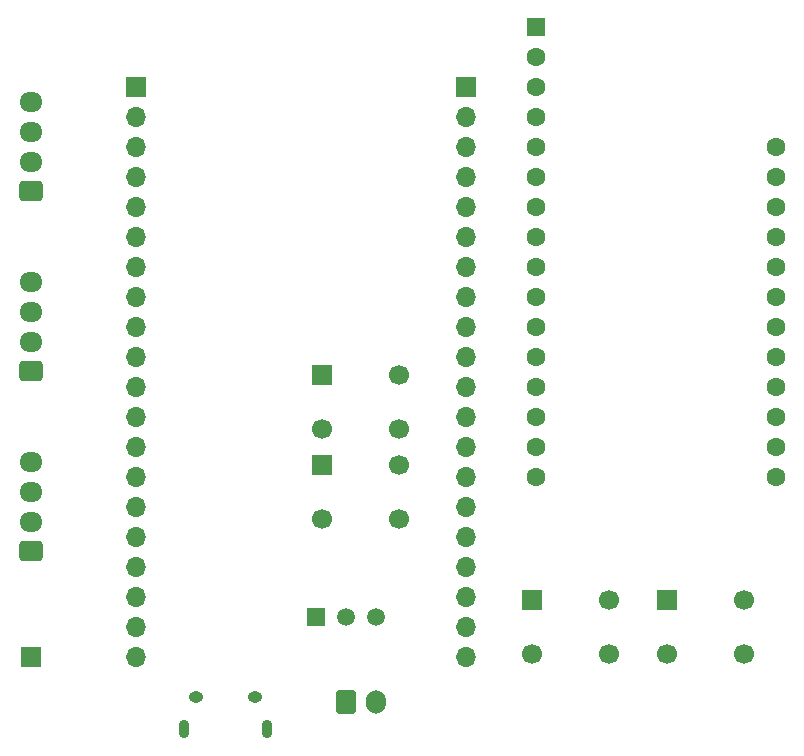
<source format=gbr>
%TF.GenerationSoftware,KiCad,Pcbnew,7.0.1*%
%TF.CreationDate,2023-04-07T14:52:10-07:00*%
%TF.ProjectId,receive mcu prototype r1,72656365-6976-4652-906d-63752070726f,rev?*%
%TF.SameCoordinates,Original*%
%TF.FileFunction,Soldermask,Bot*%
%TF.FilePolarity,Negative*%
%FSLAX46Y46*%
G04 Gerber Fmt 4.6, Leading zero omitted, Abs format (unit mm)*
G04 Created by KiCad (PCBNEW 7.0.1) date 2023-04-07 14:52:10*
%MOMM*%
%LPD*%
G01*
G04 APERTURE LIST*
G04 Aperture macros list*
%AMRoundRect*
0 Rectangle with rounded corners*
0 $1 Rounding radius*
0 $2 $3 $4 $5 $6 $7 $8 $9 X,Y pos of 4 corners*
0 Add a 4 corners polygon primitive as box body*
4,1,4,$2,$3,$4,$5,$6,$7,$8,$9,$2,$3,0*
0 Add four circle primitives for the rounded corners*
1,1,$1+$1,$2,$3*
1,1,$1+$1,$4,$5*
1,1,$1+$1,$6,$7*
1,1,$1+$1,$8,$9*
0 Add four rect primitives between the rounded corners*
20,1,$1+$1,$2,$3,$4,$5,0*
20,1,$1+$1,$4,$5,$6,$7,0*
20,1,$1+$1,$6,$7,$8,$9,0*
20,1,$1+$1,$8,$9,$2,$3,0*%
G04 Aperture macros list end*
%ADD10RoundRect,0.250000X0.725000X-0.600000X0.725000X0.600000X-0.725000X0.600000X-0.725000X-0.600000X0*%
%ADD11O,1.950000X1.700000*%
%ADD12R,1.508000X1.508000*%
%ADD13C,1.508000*%
%ADD14R,1.700000X1.700000*%
%ADD15C,1.700000*%
%ADD16R,1.600000X1.600000*%
%ADD17C,1.600000*%
%ADD18RoundRect,0.250000X-0.600000X-0.750000X0.600000X-0.750000X0.600000X0.750000X-0.600000X0.750000X0*%
%ADD19O,1.700000X2.000000*%
%ADD20O,1.700000X1.700000*%
%ADD21O,0.890000X1.550000*%
%ADD22O,1.250000X0.950000*%
G04 APERTURE END LIST*
D10*
%TO.C,J11*%
X78740000Y-46910000D03*
D11*
X78740000Y-44410000D03*
X78740000Y-41910000D03*
X78740000Y-39410000D03*
%TD*%
D10*
%TO.C,J2*%
X78740000Y-77390000D03*
D11*
X78740000Y-74890000D03*
X78740000Y-72390000D03*
X78740000Y-69890000D03*
%TD*%
D12*
%TO.C,PS1*%
X102870000Y-82980000D03*
D13*
X105410000Y-82980000D03*
X107950000Y-82980000D03*
%TD*%
D14*
%TO.C,TP1*%
X78740000Y-86360000D03*
%TD*%
%TO.C,SW3*%
X121210000Y-81570000D03*
D15*
X127710000Y-81570000D03*
X121210000Y-86070000D03*
X127710000Y-86070000D03*
%TD*%
D14*
%TO.C,SW4*%
X132640000Y-81570000D03*
D15*
X139140000Y-81570000D03*
X132640000Y-86070000D03*
X139140000Y-86070000D03*
%TD*%
D16*
%TO.C,U2*%
X121519500Y-33020000D03*
D17*
X121519500Y-35560000D03*
X121519500Y-38100000D03*
X121519500Y-40640000D03*
X121519500Y-43180000D03*
X121519500Y-45720000D03*
X121519500Y-48260000D03*
X121519500Y-50800000D03*
X121519500Y-53340000D03*
X121519500Y-55880000D03*
X121519500Y-58420000D03*
X121519500Y-60960000D03*
X121519500Y-63500000D03*
X121519500Y-66040000D03*
X121519500Y-68580000D03*
X121519500Y-71120000D03*
X141839500Y-71120000D03*
X141839500Y-68580000D03*
X141839500Y-66040000D03*
X141839500Y-63500000D03*
X141839500Y-60960000D03*
X141839500Y-58420000D03*
X141839500Y-55880000D03*
X141839500Y-53340000D03*
X141839500Y-50800000D03*
X141839500Y-48260000D03*
X141839500Y-45720000D03*
X141839500Y-43180000D03*
%TD*%
D18*
%TO.C,J3*%
X105450000Y-90170000D03*
D19*
X107950000Y-90170000D03*
%TD*%
D10*
%TO.C,J1*%
X78740000Y-62150000D03*
D11*
X78740000Y-59650000D03*
X78740000Y-57150000D03*
X78740000Y-54650000D03*
%TD*%
D14*
%TO.C,SW2*%
X103430000Y-70140000D03*
D15*
X109930000Y-70140000D03*
X103430000Y-74640000D03*
X109930000Y-74640000D03*
%TD*%
D14*
%TO.C,J6*%
X87630000Y-38100000D03*
D20*
X87630000Y-40640000D03*
X87630000Y-43180000D03*
X87630000Y-45720000D03*
X87630000Y-48260000D03*
X87630000Y-50800000D03*
X87630000Y-53340000D03*
X87630000Y-55880000D03*
X87630000Y-58420000D03*
X87630000Y-60960000D03*
X87630000Y-63500000D03*
X87630000Y-66040000D03*
X87630000Y-68580000D03*
X87630000Y-71120000D03*
X87630000Y-73660000D03*
X87630000Y-76200000D03*
X87630000Y-78740000D03*
X87630000Y-81280000D03*
X87630000Y-83820000D03*
X87630000Y-86360000D03*
%TD*%
D14*
%TO.C,J5*%
X115570000Y-38100000D03*
D20*
X115570000Y-40640000D03*
X115570000Y-43180000D03*
X115570000Y-45720000D03*
X115570000Y-48260000D03*
X115570000Y-50800000D03*
X115570000Y-53340000D03*
X115570000Y-55880000D03*
X115570000Y-58420000D03*
X115570000Y-60960000D03*
X115570000Y-63500000D03*
X115570000Y-66040000D03*
X115570000Y-68580000D03*
X115570000Y-71120000D03*
X115570000Y-73660000D03*
X115570000Y-76200000D03*
X115570000Y-78740000D03*
X115570000Y-81280000D03*
X115570000Y-83820000D03*
X115570000Y-86360000D03*
%TD*%
D14*
%TO.C,SW1*%
X103430000Y-62520000D03*
D15*
X109930000Y-62520000D03*
X103430000Y-67020000D03*
X109930000Y-67020000D03*
%TD*%
D21*
%TO.C,J4*%
X91750000Y-92440000D03*
D22*
X92750000Y-89740000D03*
X97750000Y-89740000D03*
D21*
X98750000Y-92440000D03*
%TD*%
M02*

</source>
